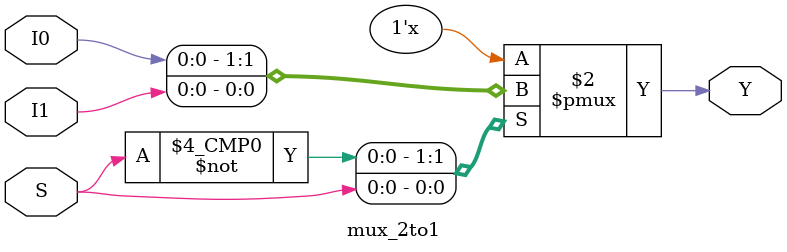
<source format=v>
module mux_2to1(
	input I0,I1,S,
	output reg Y);

	always @(*) begin
		case(S)
		1'b0:
			Y = I0;
		1'b1:
			Y = I1;
		endcase
	end
                
endmodule
</source>
